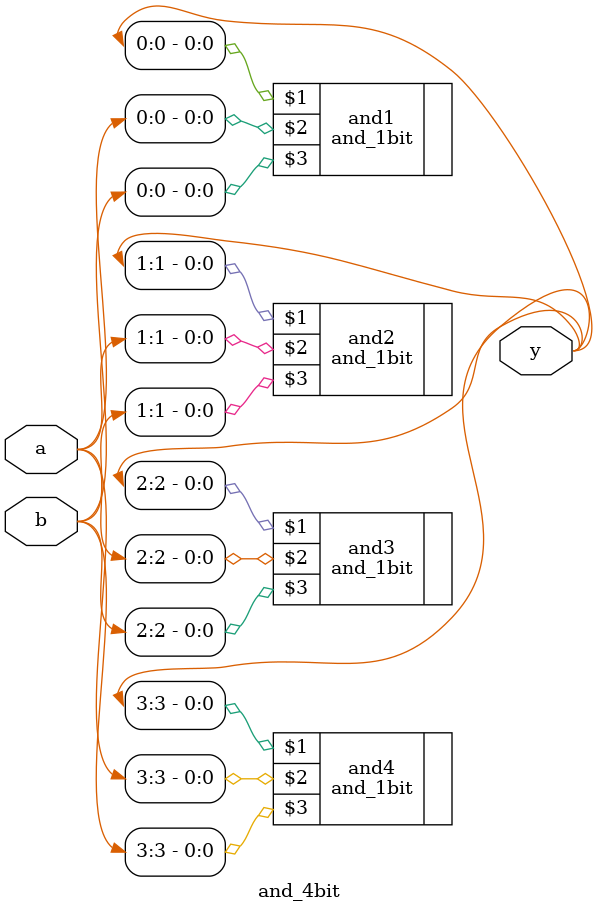
<source format=v>
module and_4bit (
	output [3:0] y, 
	input [3:0] a,
	input [3:0] b
);

	and_1bit and1 (y[0], a[0], b[0]);
	and_1bit and2 (y[1], a[1], b[1]);
	and_1bit and3 (y[2], a[2], b[2]);
	and_1bit and4 (y[3], a[3], b[3]);
	
endmodule
	
	
</source>
